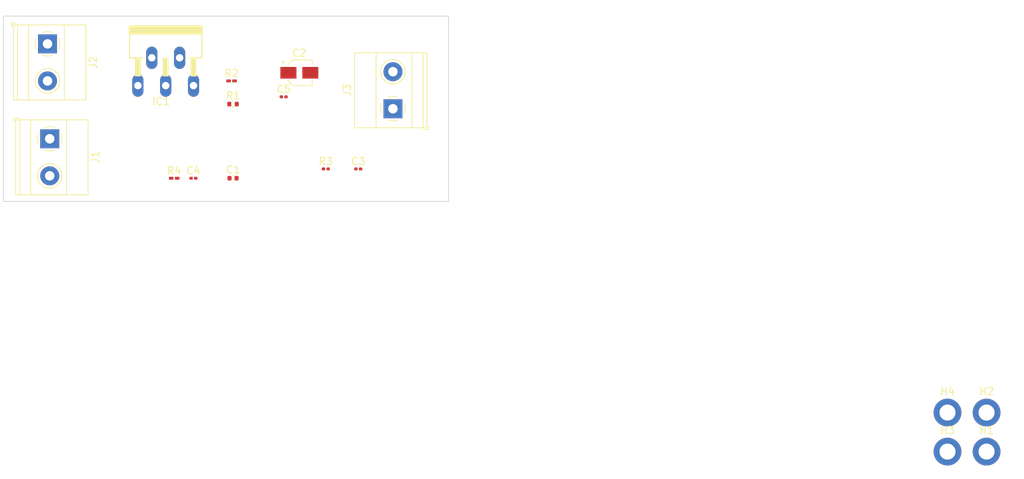
<source format=kicad_pcb>
(kicad_pcb (version 20211014) (generator pcbnew)
  (layers (0 "F.Cu" signal) (31 "B.Cu" signal) (34 "B.Paste" user) (35 "F.Paste" user) (36 "B.SilkS" user "B.Silkscreen") (37 "F.SilkS" user "F.Silkscreen") (38 "B.Mask" user) (39 "F.Mask" user) (44 "Edge.Cuts" user))
  (net 0 "")
  (net 1 "Net-(IC1-Pad1)")
  (net 2 "Net-(J1-Pad2)")
  (net 3 "Net-(C2-Pad1)")
  (net 4 "GND")
  (net 5 "Net-(C5-Pad1)")
  (net 6 "Net-(IC1-Pad2)")
  (net 7 "Net-(IC1-Pad4)")
  (net 8 "+12V")
  (net 9 "-12V")
  (footprint "MountingHole:MountingHole_2.2mm_M2_DIN965_Pad" (layer "F.Cu") (at 215.63 138.43)
    (fp_text reference "H3" (at 0 -2.9) (layer "F.SilkS"))
    (fp_text value "MountingHole")
    (pad "1" thru_hole circle (at 0 0) (size 3.8 3.8) (drill 2.2) (layers *.Cu *.Mask))
  )
  (footprint "TDA2040:CB360" (layer "F.Cu") (at 108.585 80.01)
    (fp_text reference "IC1" (at -0.63512 10.41579) (layer "F.SilkS") (effects (font (size 1.000173 1.000173))))
    (fp_text value "TDA2040")
    (fp_line (start 4.953 4.445) (end 4.953 1.27) (layer "F.SilkS") (width 0.1524))
    (fp_line (start -4.953 1.27) (end -4.953 4.445) (layer "F.SilkS") (width 0.1524))
    (fp_line (start 3.175 4.445) (end 4.953 4.445) (layer "F.SilkS") (width 0.1524))
    (fp_line (start -4.953 4.445) (end -3.175 4.445) (layer "F.SilkS") (width 0.1524))
    (fp_poly (pts (xy 3.4355 4.445) (xy 4.191 4.445) (xy 4.191 6.99824) (xy 3.4355 6.99824)) (layer "F.SilkS") (width 0.01) (fill solid))
    (fp_poly (pts (xy -4.1973 4.445) (xy -3.429 4.445) (xy -3.429 6.99549) (xy -4.1973 6.99549)) (layer "F.SilkS") (width 0.01) (fill solid))
    (fp_poly (pts (xy -5.08481 0) (xy 5.08 0) (xy 5.08 1.2712) (xy -5.08481 1.2712)) (layer "F.SilkS") (width 0.01) (fill solid))
    (fp_poly (pts (xy -0.381556 4.445) (xy 0.381 4.445) (xy 0.381 6.99519) (xy -0.381556 6.99519)) (layer "F.SilkS") (width 0.01) (fill solid))
    (pad "1" thru_hole oval locked (at -3.81 8.255) (size 1.524 3.048) (drill 1.016) (layers *.Cu *.Mask) (net 1 "Net-(IC1-Pad1)"))
    (pad "2" thru_hole oval locked (at -1.905 4.445) (size 1.524 3.048) (drill 1.016) (layers *.Cu *.Mask) (net 6 "Net-(IC1-Pad2)"))
    (pad "3" thru_hole oval locked (at 0 8.255) (size 1.524 3.048) (drill 1.016) (layers *.Cu *.Mask) (net 9 "-12V"))
    (pad "4" thru_hole oval locked (at 1.905 4.445) (size 1.524 3.048) (drill 1.016) (layers *.Cu *.Mask) (net 7 "Net-(IC1-Pad4)"))
    (pad "5" thru_hole oval locked (at 3.81 8.255) (size 1.524 3.048) (drill 1.016) (layers *.Cu *.Mask) (net 8 "+12V"))
  )
  (footprint "Capacitor_SMD:C_0201_0603Metric" (layer "F.Cu") (at 134.95 99.69)
    (fp_text reference "C3" (at 0 -1.05) (layer "F.SilkS"))
    (fp_text value "100nF")
    (pad "1" smd roundrect (at -0.32 0) (size 0.46 0.4) (layers "F.Cu" "F.Mask") (net 4 "GND"))
    (pad "2" smd roundrect (at 0.32 0) (size 0.46 0.4) (layers "F.Cu" "F.Mask") (net 8 "+12V"))
  )
  (footprint "MountingHole:MountingHole_2.2mm_M2_DIN965_Pad" (layer "F.Cu") (at 215.63 133.08)
    (fp_text reference "H4" (at 0 -2.9) (layer "F.SilkS"))
    (fp_text value "MountingHole")
    (pad "1" thru_hole circle (at 0 0) (size 3.8 3.8) (drill 2.2) (layers *.Cu *.Mask))
  )
  (footprint "Capacitor_SMD:C_0201_0603Metric" (layer "F.Cu") (at 124.735 89.805)
    (fp_text reference "C5" (at 0 -1.05) (layer "F.SilkS"))
    (fp_text value "100n")
    (pad "1" smd roundrect (at -0.32 0) (size 0.46 0.4) (layers "F.Cu" "F.Mask") (net 5 "Net-(C5-Pad1)"))
    (pad "2" smd roundrect (at 0.32 0) (size 0.46 0.4) (layers "F.Cu" "F.Mask") (net 4 "GND"))
  )
  (footprint "Resistor_SMD:R_0201_0603Metric_Pad0.64x0.40mm_HandSolder" (layer "F.Cu") (at 109.75 100.96)
    (fp_text reference "R4" (at 0 -1.05) (layer "F.SilkS"))
    (fp_text value "4,7")
    (pad "1" smd roundrect (at -0.4075 0) (size 0.635 0.4) (layers "F.Cu" "F.Mask") (net 7 "Net-(IC1-Pad4)"))
    (pad "2" smd roundrect (at 0.4075 0) (size 0.635 0.4) (layers "F.Cu" "F.Mask") (net 5 "Net-(C5-Pad1)"))
  )
  (footprint "MountingHole:MountingHole_2.2mm_M2_DIN965_Pad" (layer "F.Cu") (at 220.98 138.43)
    (fp_text reference "H1" (at 0 -2.9) (layer "F.SilkS"))
    (fp_text value "MountingHole")
    (pad "1" thru_hole circle (at 0 0) (size 3.8 3.8) (drill 2.2) (layers *.Cu *.Mask))
  )
  (footprint "Capacitor_SMD:CP_Elec_3x5.3" (layer "F.Cu") (at 126.885 86.505)
    (fp_text reference "C2" (at 0 -2.7) (layer "F.SilkS"))
    (fp_text value "22uF")
    (fp_line (start -0.870563 1.76) (end 1.76 1.76) (layer "F.SilkS") (width 0.12))
    (fp_line (start -1.570563 1.06) (end -0.870563 1.76) (layer "F.SilkS") (width 0.12))
    (fp_line (start -1.570563 -1.06) (end -0.870563 -1.76) (layer "F.SilkS") (width 0.12))
    (fp_line (start -2.375 -1.435) (end -2 -1.435) (layer "F.SilkS") (width 0.12))
    (fp_line (start -0.870563 -1.76) (end 1.76 -1.76) (layer "F.SilkS") (width 0.12))
    (fp_line (start -2.1875 -1.6225) (end -2.1875 -1.2475) (layer "F.SilkS") (width 0.12))
    (fp_line (start 1.76 1.76) (end 1.76 1.06) (layer "F.SilkS") (width 0.12))
    (fp_line (start 1.76 -1.76) (end 1.76 -1.06) (layer "F.SilkS") (width 0.12))
    (pad "1" smd rect (at -1.5 0) (size 2.2 1.6) (layers "F.Cu" "F.Paste" "F.Mask") (net 3 "Net-(C2-Pad1)"))
    (pad "2" smd rect (at 1.5 0) (size 2.2 1.6) (layers "F.Cu" "F.Paste" "F.Mask") (net 4 "GND"))
  )
  (footprint "TerminalBlock_Phoenix:TerminalBlock_Phoenix_MKDS-1,5-2-5.08_1x02_P5.08mm_Horizontal" (layer "F.Cu") (at 92.705 95.555 -90)
    (fp_text reference "J1" (at 2.54 -6.26 90) (layer "F.SilkS"))
    (fp_text value "Screw_Terminal_01x02")
    (fp_line (start -2.6 4.1) (end 7.68 4.1) (layer "F.SilkS") (width 0.12))
    (fp_line (start -2.6 -2.301) (end 7.68 -2.301) (layer "F.SilkS") (width 0.12))
    (fp_line (start 4.046 1.239) (end 4.011 1.274) (layer "F.SilkS") (width 0.12))
    (fp_line (start -2.6 -5.261) (end 7.68 -5.261) (layer "F.SilkS") (width 0.12))
    (fp_line (start -2.6 2.6) (end 7.68 2.6) (layer "F.SilkS") (width 0.12))
    (fp_line (start -2.6 -5.261) (end -2.6 4.66) (layer "F.SilkS") (width 0.12))
    (fp_line (start 6.15 -1.275) (end 6.115 -1.239) (layer "F.SilkS") (width 0.12))
    (fp_line (start 7.68 -5.261) (end 7.68 4.66) (layer "F.SilkS") (width 0.12))
    (fp_line (start 6.355 -1.069) (end 6.308 -1.023) (layer "F.SilkS") (width 0.12))
    (fp_line (start -2.84 4.9) (end -2.34 4.9) (layer "F.SilkS") (width 0.12))
    (fp_line (start -2.84 4.16) (end -2.84 4.9) (layer "F.SilkS") (width 0.12))
    (fp_line (start 3.853 1.023) (end 3.806 1.069) (layer "F.SilkS") (width 0.12))
    (fp_line (start -2.6 4.66) (end 7.68 4.66) (layer "F.SilkS") (width 0.12))
    (fp_arc (start 0.028805 1.680253) (mid -0.335551 1.646659) (end -0.684 1.535) (layer "F.SilkS") (width 0.12))
    (fp_arc (start -1.535427 0.683042) (mid -1.680501 -0.000524) (end -1.535 -0.684) (layer "F.SilkS") (width 0.12))
    (fp_arc (start 1.535427 -0.683042) (mid 1.680501 0.000524) (end 1.535 0.684) (layer "F.SilkS") (width 0.12))
    (fp_arc (start -0.683042 -1.535427) (mid 0.000524 -1.680501) (end 0.684 -1.535) (layer "F.SilkS") (width 0.12))
    (fp_arc (start 0.683318 1.534756) (mid 0.349292 1.643288) (end 0 1.68) (layer "F.SilkS") (width 0.12))
    (fp_circle (center 5.08 0) (end 6.76 0) (layer "F.SilkS") (width 0.12) (fill none))
    (pad "1" thru_hole rect (at 0 0 270) (size 2.6 2.6) (drill 1.3) (layers *.Cu *.Mask) (net 4 "GND"))
    (pad "2" thru_hole circle (at 5.08 0 270) (size 2.6 2.6) (drill 1.3) (layers *.Cu *.Mask) (net 2 "Net-(J1-Pad2)"))
  )
  (footprint "Resistor_SMD:R_0402_1005Metric" (layer "F.Cu") (at 117.805 90.8)
    (fp_text reference "R1" (at 0 -1.17) (layer "F.SilkS"))
    (fp_text value "10K ")
    (fp_line (start -0.153641 -0.38) (end 0.153641 -0.38) (layer "F.SilkS") (width 0.12))
    (fp_line (start -0.153641 0.38) (end 0.153641 0.38) (layer "F.SilkS") (width 0.12))
    (pad "1" smd roundrect (at -0.51 0) (size 0.54 0.64) (layers "F.Cu" "F.Paste" "F.Mask") (net 1 "Net-(IC1-Pad1)"))
    (pad "2" smd roundrect (at 0.51 0) (size 0.54 0.64) (layers "F.Cu" "F.Paste" "F.Mask") (net 4 "GND"))
  )
  (footprint "MountingHole:MountingHole_2.2mm_M2_DIN965_Pad" (layer "F.Cu") (at 220.98 133.08)
    (fp_text reference "H2" (at 0 -2.9) (layer "F.SilkS"))
    (fp_text value "MountingHole")
    (pad "1" thru_hole circle (at 0 0) (size 3.8 3.8) (drill 2.2) (layers *.Cu *.Mask))
  )
  (footprint "TerminalBlock_Phoenix:TerminalBlock_Phoenix_MKDS-1,5-2-5.08_1x02_P5.08mm_Horizontal" (layer "F.Cu") (at 139.7 91.44 90)
    (fp_text reference "J3" (at 2.54 -6.26 90) (layer "F.SilkS"))
    (fp_text value "Screw_Terminal_01x02")
    (fp_line (start -2.84 4.16) (end -2.84 4.9) (layer "F.SilkS") (width 0.12))
    (fp_line (start 4.046 1.239) (end 4.011 1.274) (layer "F.SilkS") (width 0.12))
    (fp_line (start -2.84 4.9) (end -2.34 4.9) (layer "F.SilkS") (width 0.12))
    (fp_line (start 7.68 -5.261) (end 7.68 4.66) (layer "F.SilkS") (width 0.12))
    (fp_line (start 3.853 1.023) (end 3.806 1.069) (layer "F.SilkS") (width 0.12))
    (fp_line (start -2.6 -5.261) (end -2.6 4.66) (layer "F.SilkS") (width 0.12))
    (fp_line (start -2.6 4.1) (end 7.68 4.1) (layer "F.SilkS") (width 0.12))
    (fp_line (start 6.355 -1.069) (end 6.308 -1.023) (layer "F.SilkS") (width 0.12))
    (fp_line (start -2.6 -5.261) (end 7.68 -5.261) (layer "F.SilkS") (width 0.12))
    (fp_line (start 6.15 -1.275) (end 6.115 -1.239) (layer "F.SilkS") (width 0.12))
    (fp_line (start -2.6 4.66) (end 7.68 4.66) (layer "F.SilkS") (width 0.12))
    (fp_line (start -2.6 2.6) (end 7.68 2.6) (layer "F.SilkS") (width 0.12))
    (fp_line (start -2.6 -2.301) (end 7.68 -2.301) (layer "F.SilkS") (width 0.12))
    (fp_arc (start 1.535427 -0.683042) (mid 1.680501 0.000524) (end 1.535 0.684) (layer "F.SilkS") (width 0.12))
    (fp_arc (start 0.028805 1.680253) (mid -0.335551 1.646659) (end -0.684 1.535) (layer "F.SilkS") (width 0.12))
    (fp_arc (start 0.683318 1.534756) (mid 0.349292 1.643288) (end 0 1.68) (layer "F.SilkS") (width 0.12))
    (fp_arc (start -1.535427 0.683042) (mid -1.680501 -0.000524) (end -1.535 -0.684) (layer "F.SilkS") (width 0.12))
    (fp_arc (start -0.683042 -1.535427) (mid 0.000524 -1.680501) (end 0.684 -1.535) (layer "F.SilkS") (width 0.12))
    (fp_circle (center 5.08 0) (end 6.76 0) (layer "F.SilkS") (width 0.12) (fill none))
    (pad "1" thru_hole rect (at 0 0 90) (size 2.6 2.6) (drill 1.3) (layers *.Cu *.Mask) (net 7 "Net-(IC1-Pad4)"))
    (pad "2" thru_hole circle (at 5.08 0 90) (size 2.6 2.6) (drill 1.3) (layers *.Cu *.Mask) (net 4 "GND"))
  )
  (footprint "Capacitor_SMD:C_0402_1005Metric" (layer "F.Cu") (at 117.805 100.96)
    (fp_text reference "C1" (at 0 -1.16) (layer "F.SilkS"))
    (fp_text value "0,1uF")
    (fp_line (start -0.107836 -0.36) (end 0.107836 -0.36) (layer "F.SilkS") (width 0.12))
    (fp_line (start -0.107836 0.36) (end 0.107836 0.36) (layer "F.SilkS") (width 0.12))
    (pad "1" smd roundrect (at -0.48 0) (size 0.56 0.62) (layers "F.Cu" "F.Paste" "F.Mask") (net 1 "Net-(IC1-Pad1)"))
    (pad "2" smd roundrect (at 0.48 0) (size 0.56 0.62) (layers "F.Cu" "F.Paste" "F.Mask") (net 2 "Net-(J1-Pad2)"))
  )
  (footprint "Capacitor_SMD:C_0201_0603Metric" (layer "F.Cu") (at 112.38 100.96)
    (fp_text reference "C4" (at 0 -1.05) (layer "F.SilkS"))
    (fp_text value "100nF")
    (pad "1" smd roundrect (at -0.32 0) (size 0.46 0.4) (layers "F.Cu" "F.Mask") (net 4 "GND"))
    (pad "2" smd roundrect (at 0.32 0) (size 0.46 0.4) (layers "F.Cu" "F.Mask") (net 9 "-12V"))
  )
  (footprint "Resistor_SMD:R_0201_0603Metric_Pad0.64x0.40mm_HandSolder" (layer "F.Cu") (at 117.6025 87.625)
    (fp_text reference "R2" (at 0 -1.05) (layer "F.SilkS"))
    (fp_text value "680")
    (pad "1" smd roundrect (at -0.4075 0) (size 0.635 0.4) (layers "F.Cu" "F.Mask") (net 6 "Net-(IC1-Pad2)"))
    (pad "2" smd roundrect (at 0.4075 0) (size 0.635 0.4) (layers "F.Cu" "F.Mask") (net 3 "Net-(C2-Pad1)"))
  )
  (footprint "Resistor_SMD:R_0201_0603Metric" (layer "F.Cu") (at 130.505 99.69)
    (fp_text reference "R3" (at 0 -1.05) (layer "F.SilkS"))
    (fp_text value "22K")
    (pad "1" smd roundrect (at -0.32 0) (size 0.46 0.4) (layers "F.Cu" "F.Mask") (net 6 "Net-(IC1-Pad2)"))
    (pad "2" smd roundrect (at 0.32 0) (size 0.46 0.4) (layers "F.Cu" "F.Mask") (net 7 "Net-(IC1-Pad4)"))
  )
  (footprint "TerminalBlock_Phoenix:TerminalBlock_Phoenix_MKDS-1,5-2-5.08_1x02_P5.08mm_Horizontal" (layer "F.Cu") (at 92.405 82.545 -90)
    (fp_text reference "J2" (at 2.54 -6.26 90) (layer "F.SilkS"))
    (fp_text value "Screw_Terminal_01x02")
    (fp_line (start 7.68 -5.261) (end 7.68 4.66) (layer "F.SilkS") (width 0.12))
    (fp_line (start 6.355 -1.069) (end 6.308 -1.023) (layer "F.SilkS") (width 0.12))
    (fp_line (start -2.6 2.6) (end 7.68 2.6) (layer "F.SilkS") (width 0.12))
    (fp_line (start -2.84 4.16) (end -2.84 4.9) (layer "F.SilkS") (width 0.12))
    (fp_line (start 6.15 -1.275) (end 6.115 -1.239) (layer "F.SilkS") (width 0.12))
    (fp_line (start -2.6 -5.261) (end 7.68 -5.261) (layer "F.SilkS") (width 0.12))
    (fp_line (start -2.6 -2.301) (end 7.68 -2.301) (layer "F.SilkS") (width 0.12))
    (fp_line (start 4.046 1.239) (end 4.011 1.274) (layer "F.SilkS") (width 0.12))
    (fp_line (start -2.84 4.9) (end -2.34 4.9) (layer "F.SilkS") (width 0.12))
    (fp_line (start -2.6 -5.261) (end -2.6 4.66) (layer "F.SilkS") (width 0.12))
    (fp_line (start -2.6 4.1) (end 7.68 4.1) (layer "F.SilkS") (width 0.12))
    (fp_line (start -2.6 4.66) (end 7.68 4.66) (layer "F.SilkS") (width 0.12))
    (fp_line (start 3.853 1.023) (end 3.806 1.069) (layer "F.SilkS") (width 0.12))
    (fp_arc (start 1.535427 -0.683042) (mid 1.680501 0.000524) (end 1.535 0.684) (layer "F.SilkS") (width 0.12))
    (fp_arc (start -0.683042 -1.535427) (mid 0.000524 -1.680501) (end 0.684 -1.535) (layer "F.SilkS") (width 0.12))
    (fp_arc (start 0.683318 1.534756) (mid 0.349292 1.643288) (end 0 1.68) (layer "F.SilkS") (width 0.12))
    (fp_arc (start 0.028805 1.680253) (mid -0.335551 1.646659) (end -0.684 1.535) (layer "F.SilkS") (width 0.12))
    (fp_arc (start -1.535427 0.683042) (mid -1.680501 -0.000524) (end -1.535 -0.684) (layer "F.SilkS") (width 0.12))
    (fp_circle (center 5.08 0) (end 6.76 0) (layer "F.SilkS") (width 0.12) (fill none))
    (pad "1" thru_hole rect (at 0 0 270) (size 2.6 2.6) (drill 1.3) (layers *.Cu *.Mask) (net 9 "-12V"))
    (pad "2" thru_hole circle (at 5.08 0 270) (size 2.6 2.6) (drill 1.3) (layers *.Cu *.Mask) (net 8 "+12V"))
  )
  (gr_rect (start 86.36 78.74) (end 147.32 104.14) (layer "Edge.Cuts") (width 0.1) (fill none))
)
</source>
